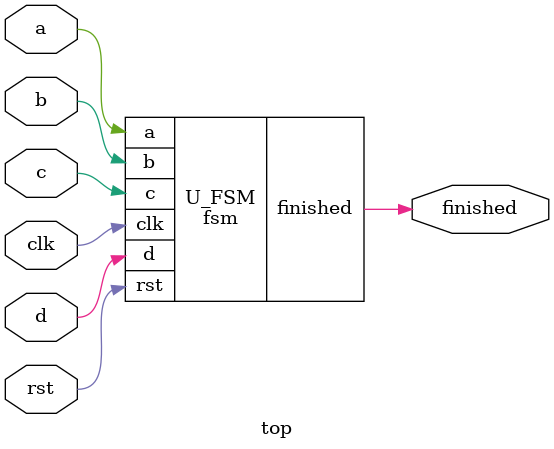
<source format=sv>

module fsm(input logic clk, rst, a, b, c, d,
	    output logic finished);
  
  
  typedef enum {INIT, S0,S1,S2,S3} state_t;
  state_t curr_state,next_state;

  
  always_ff @(posedge clk or posedge rst) begin
    if(rst == 1'b1)
	curr_state <= INIT;
    else
	curr_state <= next_state;
 
  end
  
  always_comb begin
    next_state = curr_state;
    case(curr_state)
      INIT: begin
        if(!a  && !b && !c & !d) next_state = S0;
      end

      S0: begin
        if(b) next_state = S1;
        if(c) next_state = S2;
      end
      
      //S1 to INIT state change has been included by us inorder to avoid Deadlock and Livelock.
      //Here we used signal 'd' as this has not been used for any other state transition.
      S1:begin
        if(d) next_state = INIT;        
      end
      
      S2: begin
        if(b) next_state = S1;
        if(a) next_state = S3;
      end
      
      S3: begin
        if(!a) next_state = S2;
      end
      default: next_state = INIT;
      // Tying default states to INIT or these can be formed as Don't care state and might pave way for inserting trojan
    endcase    
  end

assign finished = (curr_state == S3)?1'b1: 1'b0;
  
endmodule

//TOP MODULE
module top(input logic rst,clk,a,b,c,d,
          output logic finished);
  fsm U_FSM(.rst(rst),.clk(clk),.a(a),.b(b),.c(c),.d(d), .finished(finished));
endmodule 

</source>
